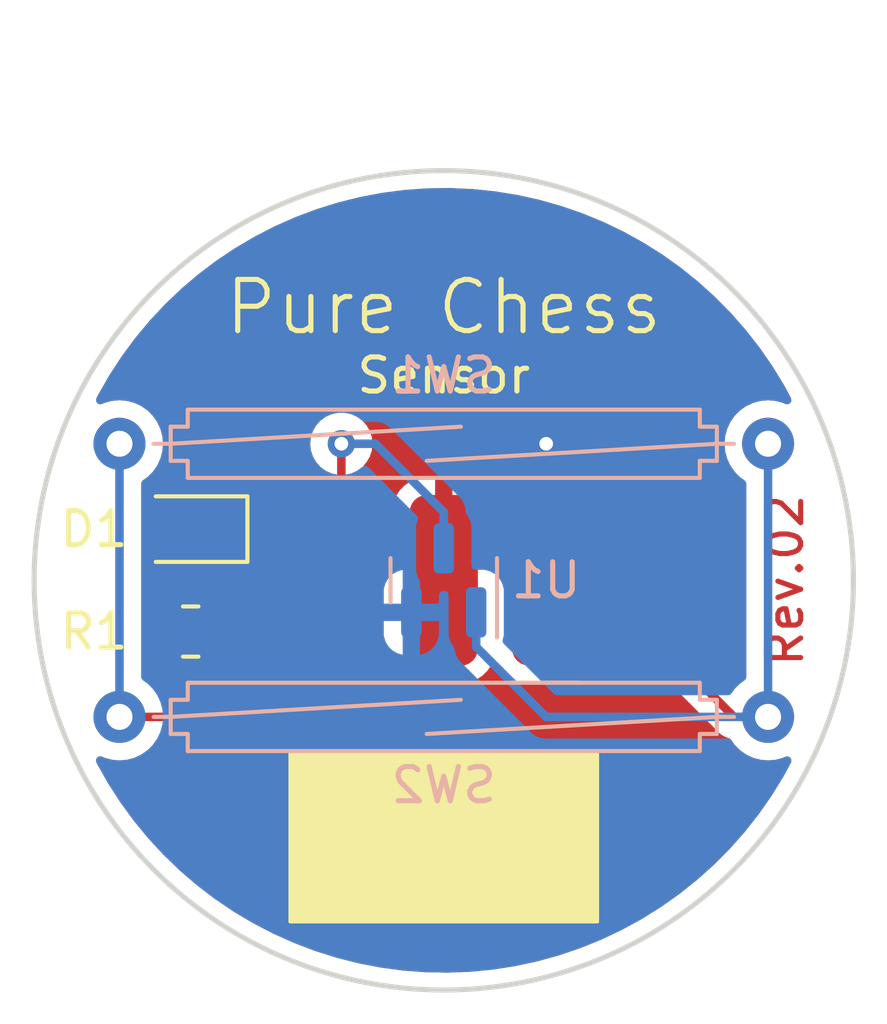
<source format=kicad_pcb>
(kicad_pcb (version 20211014) (generator pcbnew)
  (title_block (title "Sensors") (date "2022-09-03") (rev "Rev.02"))
  (layers (0 "F.Cu" signal) (31 "B.Cu" signal) (34 "B.Paste" user) (35 "F.Paste" user) (36 "B.SilkS" user "B.Silkscreen") (37 "F.SilkS" user "F.Silkscreen") (38 "B.Mask" user) (39 "F.Mask" user) (44 "Edge.Cuts" user))
  (net 0 "")
  (net 1 "Net-(D1-Pad1)")
  (net 2 "Net-(D1-Pad2)")
  (net 3 "Net-(R1-Pad1)")
  (net 4 "Net-(SW1-Pad1)")
  (net 5 "Net-(J1-Pad3)")
  (footprint "TOMA_Systems:Pad_03x01" (layer "F.Cu") (at 80 50 180)
    (fp_text reference "J1" hide)
    (fp_text value "Conn_01x03")
    (fp_line (start -4 -3) (end -2 -3) (layer "F.SilkS") (width 0.12))
    (pad "1" smd roundrect (at -3 0 180) (size 2 5) (layers "F.Cu" "F.Paste" "F.Mask") (net 4 "Net-(SW1-Pad1)"))
    (pad "2" smd roundrect (at 0 0 180) (size 2 5) (layers "F.Cu" "F.Paste" "F.Mask") (net 1 "Net-(D1-Pad1)"))
    (pad "3" smd roundrect (at 3 0 180) (size 2 5) (layers "F.Cu" "F.Paste" "F.Mask") (net 5 "Net-(J1-Pad3)"))
  )
  (footprint "LED_SMD:LED_0805_2012Metric" (layer "F.Cu") (at 72.5625 48.5 180)
    (fp_text reference "D1" (at 2.8125 0) (layer "F.SilkS"))
    (fp_text value "LED")
    (fp_line (start -1.685 -0.96) (end -1.685 0.96) (layer "F.SilkS") (width 0.12))
    (fp_line (start 1 -0.96) (end -1.685 -0.96) (layer "F.SilkS") (width 0.12))
    (fp_line (start -1.685 0.96) (end 1 0.96) (layer "F.SilkS") (width 0.12))
    (pad "1" smd roundrect locked (at -0.9375 0 180) (size 0.975 1.4) (layers "F.Cu" "F.Paste" "F.Mask") (net 1 "Net-(D1-Pad1)"))
    (pad "2" smd roundrect locked (at 0.9375 0 180) (size 0.975 1.4) (layers "F.Cu" "F.Paste" "F.Mask") (net 2 "Net-(D1-Pad2)"))
  )
  (footprint "Resistor_SMD:R_0805_2012Metric" (layer "F.Cu") (at 72.5875 51.5 180)
    (fp_text reference "R1" (at 2.8375 0) (layer "F.SilkS"))
    (fp_text value "R")
    (fp_line (start -0.227064 0.735) (end 0.227064 0.735) (layer "F.SilkS") (width 0.12))
    (fp_line (start -0.227064 -0.735) (end 0.227064 -0.735) (layer "F.SilkS") (width 0.12))
    (pad "1" smd roundrect locked (at -0.9125 0 180) (size 1.025 1.4) (layers "F.Cu" "F.Paste" "F.Mask") (roundrect_rratio 0.2439004878) (net 3 "Net-(R1-Pad1)"))
    (pad "2" smd roundrect locked (at 0.9125 0 180) (size 1.025 1.4) (layers "F.Cu" "F.Paste" "F.Mask") (roundrect_rratio 0.2439004878) (net 2 "Net-(D1-Pad2)"))
  )
  (footprint "TOMA_Systems:ReedSwitch 2x14" (layer "B.Cu") (at 80 54)
    (fp_text reference "SW2" (at 0 2 180) (layer "B.SilkS") (effects (justify mirror)))
    (fp_text value "SW_Reed")
    (fp_line (start -8 0.5) (end -8 -0.5) (layer "B.SilkS") (width 0.12))
    (fp_line (start -8 0) (end -8.5 0) (layer "B.SilkS") (width 0.12))
    (fp_line (start -7.5 -1) (end 7.5 -1) (layer "B.SilkS") (width 0.12))
    (fp_line (start -7.5 0.5) (end -8 0.5) (layer "B.SilkS") (width 0.12))
    (fp_line (start 7.5 -0.5) (end 8 -0.5) (layer "B.SilkS") (width 0.12))
    (fp_line (start 8 -0.5) (end 8 0.5) (layer "B.SilkS") (width 0.12))
    (fp_line (start -7.5 1) (end -7.5 0.5) (layer "B.SilkS") (width 0.12))
    (fp_line (start 7.5 0.5) (end 7.5 1) (layer "B.SilkS") (width 0.12))
    (fp_line (start 8 0.5) (end 7.5 0.5) (layer "B.SilkS") (width 0.12))
    (fp_line (start 8 0) (end 8.5 0) (layer "B.SilkS") (width 0.12))
    (fp_line (start -8 -0.5) (end -7.5 -0.5) (layer "B.SilkS") (width 0.12))
    (fp_line (start -0.5 0.5) (end 8 0) (layer "B.SilkS") (width 0.12))
    (fp_line (start 7.5 -1) (end 7.5 -0.5) (layer "B.SilkS") (width 0.12))
    (fp_line (start -8 0) (end 0.5 -0.5) (layer "B.SilkS") (width 0.12))
    (fp_line (start 7.5 1) (end -7.5 1) (layer "B.SilkS") (width 0.12))
    (fp_line (start -7.5 -0.5) (end -7.5 -1) (layer "B.SilkS") (width 0.12))
    (pad "1" thru_hole circle (at 9.5 0) (size 1.524 1.524) (drill 0.762) (layers *.Cu *.Mask) (net 4 "Net-(SW1-Pad1)"))
    (pad "2" thru_hole circle (at -9.5 0) (size 1.524 1.524) (drill 0.762) (layers *.Cu *.Mask) (net 3 "Net-(R1-Pad1)"))
  )
  (footprint "TOMA_Systems:ReedSwitch 2x14" (layer "B.Cu") (at 80 46)
    (fp_text reference "SW1" (at 0 -2 180) (layer "B.SilkS") (effects (justify mirror)))
    (fp_text value "SW_Reed")
    (fp_line (start 7.5 1) (end -7.5 1) (layer "B.SilkS") (width 0.12))
    (fp_line (start 8 0.5) (end 7.5 0.5) (layer "B.SilkS") (width 0.12))
    (fp_line (start -8 -0.5) (end -7.5 -0.5) (layer "B.SilkS") (width 0.12))
    (fp_line (start 8 -0.5) (end 8 0.5) (layer "B.SilkS") (width 0.12))
    (fp_line (start -8 0) (end -8.5 0) (layer "B.SilkS") (width 0.12))
    (fp_line (start 8 0) (end 8.5 0) (layer "B.SilkS") (width 0.12))
    (fp_line (start -7.5 -1) (end 7.5 -1) (layer "B.SilkS") (width 0.12))
    (fp_line (start -0.5 0.5) (end 8 0) (layer "B.SilkS") (width 0.12))
    (fp_line (start 7.5 -1) (end 7.5 -0.5) (layer "B.SilkS") (width 0.12))
    (fp_line (start -7.5 1) (end -7.5 0.5) (layer "B.SilkS") (width 0.12))
    (fp_line (start -8 0) (end 0.5 -0.5) (layer "B.SilkS") (width 0.12))
    (fp_line (start -8 0.5) (end -8 -0.5) (layer "B.SilkS") (width 0.12))
    (fp_line (start 7.5 -0.5) (end 8 -0.5) (layer "B.SilkS") (width 0.12))
    (fp_line (start -7.5 -0.5) (end -7.5 -1) (layer "B.SilkS") (width 0.12))
    (fp_line (start -7.5 0.5) (end -8 0.5) (layer "B.SilkS") (width 0.12))
    (fp_line (start 7.5 0.5) (end 7.5 1) (layer "B.SilkS") (width 0.12))
    (pad "1" thru_hole circle (at 9.5 0) (size 1.524 1.524) (drill 0.762) (layers *.Cu *.Mask) (net 4 "Net-(SW1-Pad1)"))
    (pad "2" thru_hole circle (at -9.5 0) (size 1.524 1.524) (drill 0.762) (layers *.Cu *.Mask) (net 3 "Net-(R1-Pad1)"))
  )
  (footprint "Package_TO_SOT_SMD:SOT-23" (layer "B.Cu") (at 80 50 90)
    (fp_text reference "U1" (at 0 3 180) (layer "B.SilkS") (effects (justify mirror)))
    (fp_text value "A1369xUA-24")
    (fp_line (start 0 1.56) (end 0.65 1.56) (layer "B.SilkS") (width 0.12))
    (fp_line (start 0 -1.56) (end -0.65 -1.56) (layer "B.SilkS") (width 0.12))
    (fp_line (start 0 -1.56) (end 0.65 -1.56) (layer "B.SilkS") (width 0.12))
    (fp_line (start 0 1.56) (end -1.675 1.56) (layer "B.SilkS") (width 0.12))
    (pad "1" smd roundrect (at -0.9375 0.95 90) (size 1.475 0.6) (layers "B.Cu" "B.Paste" "B.Mask") (net 4 "Net-(SW1-Pad1)"))
    (pad "2" smd roundrect (at -0.9375 -0.95 90) (size 1.475 0.6) (layers "B.Cu" "B.Paste" "B.Mask") (net 1 "Net-(D1-Pad1)"))
    (pad "3" smd roundrect (at 0.9375 0 90) (size 1.475 0.6) (layers "B.Cu" "B.Paste" "B.Mask") (net 5 "Net-(J1-Pad3)"))
  )
  (gr_poly (pts (xy 84.5 60) (xy 75.5 60) (xy 75.5 55) (xy 84.5 55)) (layer "F.SilkS") (width 0.1) (fill solid))
  (gr_circle (center 80 50) (end 92 50) (layer "Edge.Cuts") (width 0.15) (fill none))
  (gr_text "Rev.02" (at 90 50 90) (layer "F.Cu") (effects (font (size 1 1))))
  (gr_text "Sensor" (at 80 44) (layer "F.SilkS") (effects (font (size 1 1))))
  (gr_text "Pure Chess" (at 80 42) (layer "F.SilkS") (effects (font (size 1.5 1.5))))
  (via (at 83 46) (size 0.8) (drill 0.4) (layers "F.Cu" "B.Cu") (net 1))
  (segment (start 71.625 51.45) (end 71.675 51.5) (width 0.25) (layer "F.Cu") (net 2))
  (segment (start 71.625 48.5) (end 71.625 51.45) (width 0.25) (layer "F.Cu") (net 2))
  (segment (start 70.5 54) (end 72 54) (width 0.25) (layer "F.Cu") (net 3))
  (segment (start 73.5 52.5) (end 73.5 51.5) (width 0.25) (layer "F.Cu") (net 3))
  (segment (start 72 54) (end 73.5 52.5) (width 0.25) (layer "F.Cu") (net 3))
  (segment (start 70.5 46) (end 70.5 54) (width 0.25) (layer "B.Cu") (net 3))
  (segment (start 83 50) (end 84.5 50) (width 0.25) (layer "F.Cu") (net 4))
  (segment (start 84.5 50) (end 88.5 54) (width 0.25) (layer "F.Cu") (net 4))
  (segment (start 88.5 54) (end 89.5 54) (width 0.25) (layer "F.Cu") (net 4))
  (segment (start 80.95 51.95) (end 83 54) (width 0.25) (layer "B.Cu") (net 4))
  (segment (start 89.5 46) (end 89.5 54) (width 0.25) (layer "B.Cu") (net 4))
  (segment (start 80.95 50.9375) (end 80.95 51.95) (width 0.25) (layer "B.Cu") (net 4))
  (segment (start 83 54) (end 89.5 54) (width 0.25) (layer "B.Cu") (net 4))
  (segment (start 77 50) (end 77 46) (width 0.25) (layer "F.Cu") (net 5))
  (via (at 77 46) (size 0.8) (drill 0.4) (layers "F.Cu" "B.Cu") (net 5))
  (segment (start 80 48) (end 80 49.0625) (width 0.25) (layer "B.Cu") (net 5))
  (segment (start 78 46) (end 80 48) (width 0.25) (layer "B.Cu") (net 5))
  (segment (start 77 46) (end 78 46) (width 0.25) (layer "B.Cu") (net 5))
  (zone (net 1) (net_name "Net-(D1-Pad1)") (layer "F.Cu") (connect_pads (clearance 0.508)) (min_thickness 0.254) (fill yes (thermal_gap 0.508) (thermal_bridge_width 0.508))
    (polygon (pts (xy 93 63) (xy 67 63) (xy 67 37) (xy 93 37)))
  )
  (zone (net 1) (net_name "Net-(D1-Pad1)") (layer "B.Cu") (connect_pads (clearance 0.508)) (min_thickness 0.254) (fill yes (thermal_gap 0.508) (thermal_bridge_width 0.508))
    (polygon (pts (xy 93 63) (xy 67 63) (xy 67 37) (xy 93 37)))
  )
)
</source>
